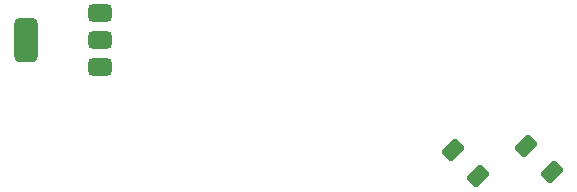
<source format=gbr>
%TF.GenerationSoftware,KiCad,Pcbnew,8.0.4*%
%TF.CreationDate,2024-07-28T00:02:19-04:00*%
%TF.ProjectId,ESP32-C3-WROOM-Node-Temperature,45535033-322d-4433-932d-57524f4f4d2d,rev?*%
%TF.SameCoordinates,Original*%
%TF.FileFunction,Paste,Bot*%
%TF.FilePolarity,Positive*%
%FSLAX46Y46*%
G04 Gerber Fmt 4.6, Leading zero omitted, Abs format (unit mm)*
G04 Created by KiCad (PCBNEW 8.0.4) date 2024-07-28 00:02:19*
%MOMM*%
%LPD*%
G01*
G04 APERTURE LIST*
G04 Aperture macros list*
%AMRoundRect*
0 Rectangle with rounded corners*
0 $1 Rounding radius*
0 $2 $3 $4 $5 $6 $7 $8 $9 X,Y pos of 4 corners*
0 Add a 4 corners polygon primitive as box body*
4,1,4,$2,$3,$4,$5,$6,$7,$8,$9,$2,$3,0*
0 Add four circle primitives for the rounded corners*
1,1,$1+$1,$2,$3*
1,1,$1+$1,$4,$5*
1,1,$1+$1,$6,$7*
1,1,$1+$1,$8,$9*
0 Add four rect primitives between the rounded corners*
20,1,$1+$1,$2,$3,$4,$5,0*
20,1,$1+$1,$4,$5,$6,$7,0*
20,1,$1+$1,$6,$7,$8,$9,0*
20,1,$1+$1,$8,$9,$2,$3,0*%
G04 Aperture macros list end*
%ADD10RoundRect,0.250000X-0.724784X-0.159099X-0.159099X-0.724784X0.724784X0.159099X0.159099X0.724784X0*%
%ADD11RoundRect,0.375000X0.625000X0.375000X-0.625000X0.375000X-0.625000X-0.375000X0.625000X-0.375000X0*%
%ADD12RoundRect,0.500000X0.500000X1.400000X-0.500000X1.400000X-0.500000X-1.400000X0.500000X-1.400000X0*%
%ADD13RoundRect,0.250000X0.724784X0.159099X0.159099X0.724784X-0.724784X-0.159099X-0.159099X-0.724784X0*%
G04 APERTURE END LIST*
D10*
%TO.C,R1*%
X161903984Y-74403984D03*
X164096016Y-76596016D03*
%TD*%
D11*
%TO.C,U2*%
X132050000Y-62800000D03*
X132050000Y-65100000D03*
X132050000Y-67400000D03*
D12*
X125750000Y-65100000D03*
%TD*%
D13*
%TO.C,R3*%
X170296016Y-76296016D03*
X168103984Y-74103984D03*
%TD*%
M02*

</source>
